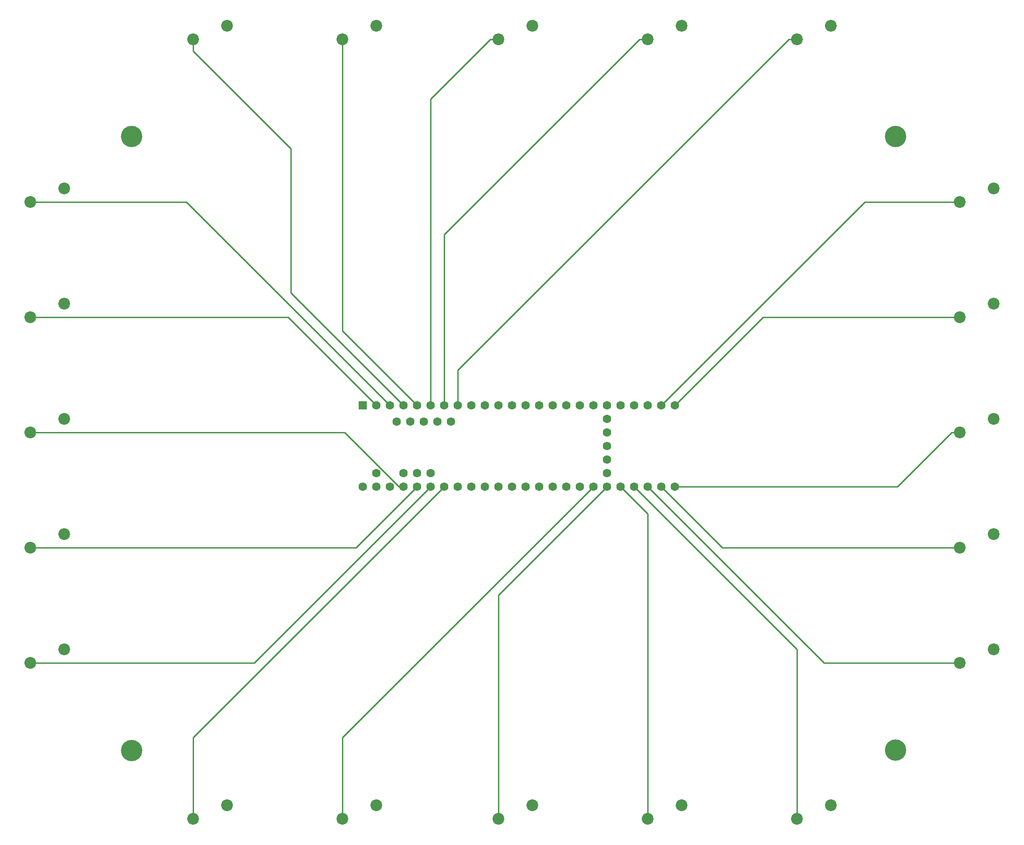
<source format=gbr>
%TF.GenerationSoftware,KiCad,Pcbnew,(5.1.9)-1*%
%TF.CreationDate,2021-03-29T18:53:15-04:00*%
%TF.ProjectId,wildcatmfd_kicad,77696c64-6361-4746-9d66-645f6b696361,rev?*%
%TF.SameCoordinates,Original*%
%TF.FileFunction,Copper,L1,Top*%
%TF.FilePolarity,Positive*%
%FSLAX46Y46*%
G04 Gerber Fmt 4.6, Leading zero omitted, Abs format (unit mm)*
G04 Created by KiCad (PCBNEW (5.1.9)-1) date 2021-03-29 18:53:15*
%MOMM*%
%LPD*%
G01*
G04 APERTURE LIST*
%TA.AperFunction,ComponentPad*%
%ADD10C,4.000000*%
%TD*%
%TA.AperFunction,ComponentPad*%
%ADD11C,1.600000*%
%TD*%
%TA.AperFunction,ComponentPad*%
%ADD12R,1.600000X1.600000*%
%TD*%
%TA.AperFunction,ComponentPad*%
%ADD13C,2.200000*%
%TD*%
%TA.AperFunction,Conductor*%
%ADD14C,0.250000*%
%TD*%
G04 APERTURE END LIST*
D10*
%TO.P,REF\u002A\u002A,1*%
%TO.N,N/C*%
X43080000Y-158650000D03*
%TD*%
%TO.P,REF\u002A\u002A,1*%
%TO.N,N/C*%
X186080000Y-158550000D03*
%TD*%
%TO.P,REF\u002A\u002A,1*%
%TO.N,N/C*%
X186080000Y-43550000D03*
%TD*%
%TO.P,REF\u002A\u002A,1*%
%TO.N,N/C*%
X43080000Y-43550000D03*
%TD*%
D11*
%TO.P,U1,62*%
%TO.N,GND*%
X102870000Y-96980000D03*
%TO.P,U1,61*%
X100330000Y-96980000D03*
%TO.P,U1,60*%
%TO.N,Net-(U1-Pad60)*%
X97790000Y-96980000D03*
%TO.P,U1,59*%
%TO.N,Net-(U1-Pad59)*%
X95250000Y-96980000D03*
%TO.P,U1,58*%
%TO.N,Net-(U1-Pad58)*%
X92710000Y-96980000D03*
%TO.P,U1,57*%
%TO.N,Net-(U1-Pad57)*%
X99060000Y-106680000D03*
%TO.P,U1,56*%
%TO.N,Net-(U1-Pad56)*%
X96520000Y-106680000D03*
%TO.P,U1,55*%
%TO.N,Net-(U1-Pad55)*%
X93980000Y-106680000D03*
%TO.P,U1,54*%
%TO.N,Net-(U1-Pad54)*%
X88900000Y-106680000D03*
%TO.P,U1,53*%
%TO.N,Net-(U1-Pad53)*%
X86360000Y-109220000D03*
%TO.P,U1,52*%
%TO.N,Net-(U1-Pad52)*%
X88900000Y-109220000D03*
%TO.P,U1,51*%
%TO.N,Net-(U1-Pad51)*%
X91440000Y-109220000D03*
%TO.P,U1,50*%
%TO.N,JOY_18*%
X93980000Y-109220000D03*
%TO.P,U1,49*%
%TO.N,JOY_17*%
X96520000Y-109220000D03*
%TO.P,U1,48*%
%TO.N,JOY_16*%
X99060000Y-109220000D03*
%TO.P,U1,47*%
%TO.N,JOY_15*%
X101600000Y-109220000D03*
%TO.P,U1,46*%
%TO.N,Net-(U1-Pad46)*%
X104140000Y-109220000D03*
%TO.P,U1,45*%
%TO.N,Net-(U1-Pad45)*%
X106680000Y-109220000D03*
%TO.P,U1,44*%
%TO.N,Net-(U1-Pad44)*%
X109220000Y-109220000D03*
%TO.P,U1,43*%
%TO.N,Net-(U1-Pad43)*%
X111760000Y-109220000D03*
%TO.P,U1,42*%
%TO.N,Net-(U1-Pad42)*%
X114300000Y-109220000D03*
%TO.P,U1,41*%
%TO.N,Net-(U1-Pad41)*%
X116840000Y-109220000D03*
%TO.P,U1,40*%
%TO.N,Net-(U1-Pad40)*%
X119380000Y-109220000D03*
%TO.P,U1,39*%
%TO.N,GND*%
X121920000Y-109220000D03*
%TO.P,U1,38*%
%TO.N,Net-(U1-Pad38)*%
X124460000Y-109220000D03*
D12*
%TO.P,U1,1*%
%TO.N,GND*%
X86360000Y-93980000D03*
D11*
%TO.P,U1,2*%
%TO.N,JOY_19*%
X88900000Y-93980000D03*
%TO.P,U1,3*%
%TO.N,JOY_20*%
X91440000Y-93980000D03*
%TO.P,U1,4*%
%TO.N,JOY_01*%
X93980000Y-93980000D03*
%TO.P,U1,5*%
%TO.N,JOY_02*%
X96520000Y-93980000D03*
%TO.P,U1,6*%
%TO.N,JOY_03*%
X99060000Y-93980000D03*
%TO.P,U1,7*%
%TO.N,JOY_04*%
X101600000Y-93980000D03*
%TO.P,U1,8*%
%TO.N,JOY_05*%
X104140000Y-93980000D03*
%TO.P,U1,9*%
%TO.N,Net-(U1-Pad9)*%
X106680000Y-93980000D03*
%TO.P,U1,10*%
%TO.N,Net-(U1-Pad10)*%
X109220000Y-93980000D03*
%TO.P,U1,11*%
%TO.N,Net-(U1-Pad11)*%
X111760000Y-93980000D03*
%TO.P,U1,12*%
%TO.N,Net-(U1-Pad12)*%
X114300000Y-93980000D03*
%TO.P,U1,13*%
%TO.N,Net-(U1-Pad13)*%
X116840000Y-93980000D03*
%TO.P,U1,37*%
%TO.N,Net-(U1-Pad37)*%
X127000000Y-109220000D03*
%TO.P,U1,36*%
%TO.N,JOY_14*%
X129540000Y-109220000D03*
%TO.P,U1,35*%
%TO.N,JOY_13*%
X132080000Y-109220000D03*
%TO.P,U1,34*%
%TO.N,JOY_12*%
X134620000Y-109220000D03*
%TO.P,U1,33*%
%TO.N,JOY_11*%
X137160000Y-109220000D03*
%TO.P,U1,32*%
%TO.N,JOY_10*%
X139700000Y-109220000D03*
%TO.P,U1,31*%
%TO.N,JOY_09*%
X142240000Y-109220000D03*
%TO.P,U1,30*%
%TO.N,JOY_08*%
X144780000Y-109220000D03*
%TO.P,U1,29*%
%TO.N,Net-(U1-Pad29)*%
X132080000Y-106680000D03*
%TO.P,U1,28*%
%TO.N,Net-(U1-Pad28)*%
X132080000Y-104140000D03*
%TO.P,U1,27*%
%TO.N,GND*%
X132080000Y-101600000D03*
%TO.P,U1,26*%
%TO.N,Net-(U1-Pad26)*%
X132080000Y-99060000D03*
%TO.P,U1,25*%
%TO.N,Net-(U1-Pad25)*%
X132080000Y-96520000D03*
%TO.P,U1,24*%
%TO.N,JOY_07*%
X144780000Y-93980000D03*
%TO.P,U1,23*%
%TO.N,JOY_06*%
X142240000Y-93980000D03*
%TO.P,U1,22*%
%TO.N,Net-(U1-Pad22)*%
X139700000Y-93980000D03*
%TO.P,U1,21*%
%TO.N,Net-(U1-Pad21)*%
X137160000Y-93980000D03*
%TO.P,U1,14*%
%TO.N,Net-(U1-Pad14)*%
X119380000Y-93980000D03*
%TO.P,U1,15*%
%TO.N,Net-(U1-Pad15)*%
X121920000Y-93980000D03*
%TO.P,U1,16*%
%TO.N,Net-(U1-Pad16)*%
X124460000Y-93980000D03*
%TO.P,U1,20*%
%TO.N,Net-(U1-Pad20)*%
X134620000Y-93980000D03*
%TO.P,U1,19*%
%TO.N,Net-(U1-Pad19)*%
X132080000Y-93980000D03*
%TO.P,U1,18*%
%TO.N,Net-(U1-Pad18)*%
X129540000Y-93980000D03*
%TO.P,U1,17*%
%TO.N,Net-(U1-Pad17)*%
X127000000Y-93980000D03*
%TD*%
D13*
%TO.P,SW20,2*%
%TO.N,JOY_20*%
X24130000Y-55880000D03*
%TO.P,SW20,1*%
%TO.N,GND*%
X30480000Y-53340000D03*
%TD*%
%TO.P,SW19,2*%
%TO.N,JOY_19*%
X24130000Y-77470000D03*
%TO.P,SW19,1*%
%TO.N,GND*%
X30480000Y-74930000D03*
%TD*%
%TO.P,SW18,2*%
%TO.N,JOY_18*%
X24130000Y-99060000D03*
%TO.P,SW18,1*%
%TO.N,GND*%
X30480000Y-96520000D03*
%TD*%
%TO.P,SW17,2*%
%TO.N,JOY_17*%
X24130000Y-120650000D03*
%TO.P,SW17,1*%
%TO.N,GND*%
X30480000Y-118110000D03*
%TD*%
%TO.P,SW16,2*%
%TO.N,JOY_16*%
X24130000Y-142240000D03*
%TO.P,SW16,1*%
%TO.N,GND*%
X30480000Y-139700000D03*
%TD*%
%TO.P,SW15,2*%
%TO.N,JOY_15*%
X54610000Y-171450000D03*
%TO.P,SW15,1*%
%TO.N,GND*%
X60960000Y-168910000D03*
%TD*%
%TO.P,SW14,2*%
%TO.N,JOY_14*%
X82550000Y-171450000D03*
%TO.P,SW14,1*%
%TO.N,GND*%
X88900000Y-168910000D03*
%TD*%
%TO.P,SW13,2*%
%TO.N,JOY_13*%
X111760000Y-171450000D03*
%TO.P,SW13,1*%
%TO.N,GND*%
X118110000Y-168910000D03*
%TD*%
%TO.P,SW12,2*%
%TO.N,JOY_12*%
X139700000Y-171450000D03*
%TO.P,SW12,1*%
%TO.N,GND*%
X146050000Y-168910000D03*
%TD*%
%TO.P,SW11,2*%
%TO.N,JOY_11*%
X167640000Y-171450000D03*
%TO.P,SW11,1*%
%TO.N,GND*%
X173990000Y-168910000D03*
%TD*%
%TO.P,SW10,2*%
%TO.N,JOY_10*%
X198120000Y-142240000D03*
%TO.P,SW10,1*%
%TO.N,GND*%
X204470000Y-139700000D03*
%TD*%
%TO.P,SW9,2*%
%TO.N,JOY_09*%
X198120000Y-120650000D03*
%TO.P,SW9,1*%
%TO.N,GND*%
X204470000Y-118110000D03*
%TD*%
%TO.P,SW8,2*%
%TO.N,JOY_08*%
X198120000Y-99060000D03*
%TO.P,SW8,1*%
%TO.N,GND*%
X204470000Y-96520000D03*
%TD*%
%TO.P,SW7,2*%
%TO.N,JOY_07*%
X198120000Y-77470000D03*
%TO.P,SW7,1*%
%TO.N,GND*%
X204470000Y-74930000D03*
%TD*%
%TO.P,SW6,2*%
%TO.N,JOY_06*%
X198120000Y-55880000D03*
%TO.P,SW6,1*%
%TO.N,GND*%
X204470000Y-53340000D03*
%TD*%
%TO.P,SW5,2*%
%TO.N,JOY_05*%
X167640000Y-25400000D03*
%TO.P,SW5,1*%
%TO.N,GND*%
X173990000Y-22860000D03*
%TD*%
%TO.P,SW4,2*%
%TO.N,JOY_04*%
X139700000Y-25400000D03*
%TO.P,SW4,1*%
%TO.N,GND*%
X146050000Y-22860000D03*
%TD*%
%TO.P,SW3,2*%
%TO.N,JOY_03*%
X111760000Y-25400000D03*
%TO.P,SW3,1*%
%TO.N,GND*%
X118110000Y-22860000D03*
%TD*%
%TO.P,SW2,2*%
%TO.N,JOY_02*%
X82550000Y-25400000D03*
%TO.P,SW2,1*%
%TO.N,GND*%
X88900000Y-22860000D03*
%TD*%
%TO.P,SW1,2*%
%TO.N,JOY_01*%
X54610000Y-25400000D03*
%TO.P,SW1,1*%
%TO.N,GND*%
X60960000Y-22860000D03*
%TD*%
D14*
%TO.N,JOY_01*%
X54610000Y-27571002D02*
X72880000Y-45841002D01*
X54610000Y-25400000D02*
X54610000Y-27571002D01*
X72880000Y-72880000D02*
X93980000Y-93980000D01*
X72880000Y-45841002D02*
X72880000Y-72880000D01*
%TO.N,JOY_02*%
X82550000Y-80010000D02*
X96520000Y-93980000D01*
X82550000Y-25400000D02*
X82550000Y-80010000D01*
%TO.N,JOY_03*%
X99060000Y-36544366D02*
X99060000Y-93980000D01*
X110204366Y-25400000D02*
X99060000Y-36544366D01*
X111760000Y-25400000D02*
X110204366Y-25400000D01*
%TO.N,JOY_04*%
X101600000Y-61944366D02*
X101600000Y-93980000D01*
X138144366Y-25400000D02*
X101600000Y-61944366D01*
X139700000Y-25400000D02*
X138144366Y-25400000D01*
%TO.N,JOY_05*%
X104140000Y-87344366D02*
X104140000Y-93980000D01*
X166084366Y-25400000D02*
X104140000Y-87344366D01*
X167640000Y-25400000D02*
X166084366Y-25400000D01*
%TO.N,JOY_06*%
X180340000Y-55880000D02*
X142240000Y-93980000D01*
X198120000Y-55880000D02*
X180340000Y-55880000D01*
%TO.N,JOY_07*%
X161290000Y-77470000D02*
X144780000Y-93980000D01*
X198120000Y-77470000D02*
X161290000Y-77470000D01*
%TO.N,JOY_08*%
X186404366Y-109220000D02*
X144780000Y-109220000D01*
X196564366Y-99060000D02*
X186404366Y-109220000D01*
X198120000Y-99060000D02*
X196564366Y-99060000D01*
%TO.N,JOY_09*%
X153670000Y-120650000D02*
X142240000Y-109220000D01*
X198120000Y-120650000D02*
X153670000Y-120650000D01*
%TO.N,JOY_10*%
X172720000Y-142240000D02*
X139700000Y-109220000D01*
X198120000Y-142240000D02*
X172720000Y-142240000D01*
%TO.N,JOY_11*%
X167640000Y-139700000D02*
X137160000Y-109220000D01*
X167640000Y-171450000D02*
X167640000Y-139700000D01*
%TO.N,JOY_12*%
X139700000Y-114300000D02*
X134620000Y-109220000D01*
X139700000Y-171450000D02*
X139700000Y-114300000D01*
%TO.N,JOY_13*%
X111760000Y-129540000D02*
X132080000Y-109220000D01*
X111760000Y-171450000D02*
X111760000Y-129540000D01*
%TO.N,JOY_14*%
X82550000Y-156210000D02*
X129540000Y-109220000D01*
X82550000Y-171450000D02*
X82550000Y-156210000D01*
%TO.N,JOY_15*%
X54610000Y-156210000D02*
X101600000Y-109220000D01*
X54610000Y-171450000D02*
X54610000Y-156210000D01*
%TO.N,JOY_16*%
X66040000Y-142240000D02*
X99060000Y-109220000D01*
X24130000Y-142240000D02*
X66040000Y-142240000D01*
%TO.N,JOY_17*%
X85090000Y-120650000D02*
X96520000Y-109220000D01*
X24130000Y-120650000D02*
X85090000Y-120650000D01*
%TO.N,JOY_18*%
X93105002Y-109220000D02*
X93980000Y-109220000D01*
X82945002Y-99060000D02*
X93105002Y-109220000D01*
X24130000Y-99060000D02*
X82945002Y-99060000D01*
%TO.N,JOY_19*%
X72390000Y-77470000D02*
X88900000Y-93980000D01*
X24130000Y-77470000D02*
X72390000Y-77470000D01*
%TO.N,JOY_20*%
X53340000Y-55880000D02*
X91440000Y-93980000D01*
X24130000Y-55880000D02*
X53340000Y-55880000D01*
%TD*%
M02*

</source>
